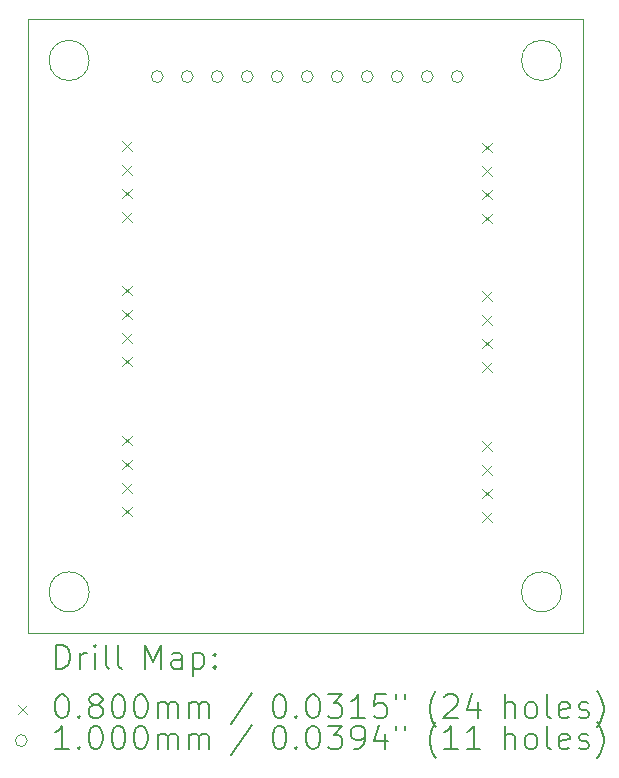
<source format=gbr>
%TF.GenerationSoftware,KiCad,Pcbnew,(7.0.0-0)*%
%TF.CreationDate,2023-05-28T12:49:50+02:00*%
%TF.ProjectId,bms-breakout-board,626d732d-6272-4656-916b-6f75742d626f,rev?*%
%TF.SameCoordinates,Original*%
%TF.FileFunction,Drillmap*%
%TF.FilePolarity,Positive*%
%FSLAX45Y45*%
G04 Gerber Fmt 4.5, Leading zero omitted, Abs format (unit mm)*
G04 Created by KiCad (PCBNEW (7.0.0-0)) date 2023-05-28 12:49:50*
%MOMM*%
%LPD*%
G01*
G04 APERTURE LIST*
%ADD10C,0.100000*%
%ADD11C,0.200000*%
%ADD12C,0.080000*%
G04 APERTURE END LIST*
D10*
X9520000Y-10150000D02*
G75*
G03*
X9520000Y-10150000I-170000J0D01*
G01*
X5000000Y-15000000D02*
X5000000Y-9800000D01*
X9700000Y-15000000D02*
X5000000Y-15000000D01*
X5000000Y-9800000D02*
X9700000Y-9800000D01*
X9700000Y-9800000D02*
X9700000Y-15000000D01*
X5520000Y-14650000D02*
G75*
G03*
X5520000Y-14650000I-170000J0D01*
G01*
X9520000Y-14650000D02*
G75*
G03*
X9520000Y-14650000I-170000J0D01*
G01*
X5520000Y-10150000D02*
G75*
G03*
X5520000Y-10150000I-170000J0D01*
G01*
D11*
D12*
X5802000Y-10836000D02*
X5882000Y-10916000D01*
X5882000Y-10836000D02*
X5802000Y-10916000D01*
X5802000Y-11036000D02*
X5882000Y-11116000D01*
X5882000Y-11036000D02*
X5802000Y-11116000D01*
X5802000Y-11236000D02*
X5882000Y-11316000D01*
X5882000Y-11236000D02*
X5802000Y-11316000D01*
X5802000Y-11436000D02*
X5882000Y-11516000D01*
X5882000Y-11436000D02*
X5802000Y-11516000D01*
X5802000Y-12060000D02*
X5882000Y-12140000D01*
X5882000Y-12060000D02*
X5802000Y-12140000D01*
X5802000Y-12260000D02*
X5882000Y-12340000D01*
X5882000Y-12260000D02*
X5802000Y-12340000D01*
X5802000Y-12460000D02*
X5882000Y-12540000D01*
X5882000Y-12460000D02*
X5802000Y-12540000D01*
X5802000Y-12660000D02*
X5882000Y-12740000D01*
X5882000Y-12660000D02*
X5802000Y-12740000D01*
X5802000Y-13330000D02*
X5882000Y-13410000D01*
X5882000Y-13330000D02*
X5802000Y-13410000D01*
X5802000Y-13530000D02*
X5882000Y-13610000D01*
X5882000Y-13530000D02*
X5802000Y-13610000D01*
X5802000Y-13730000D02*
X5882000Y-13810000D01*
X5882000Y-13730000D02*
X5802000Y-13810000D01*
X5802000Y-13930000D02*
X5882000Y-14010000D01*
X5882000Y-13930000D02*
X5802000Y-14010000D01*
X8850000Y-10847000D02*
X8930000Y-10927000D01*
X8930000Y-10847000D02*
X8850000Y-10927000D01*
X8850000Y-11047000D02*
X8930000Y-11127000D01*
X8930000Y-11047000D02*
X8850000Y-11127000D01*
X8850000Y-11247000D02*
X8930000Y-11327000D01*
X8930000Y-11247000D02*
X8850000Y-11327000D01*
X8850000Y-11447000D02*
X8930000Y-11527000D01*
X8930000Y-11447000D02*
X8850000Y-11527000D01*
X8850000Y-12106000D02*
X8930000Y-12186000D01*
X8930000Y-12106000D02*
X8850000Y-12186000D01*
X8850000Y-12306000D02*
X8930000Y-12386000D01*
X8930000Y-12306000D02*
X8850000Y-12386000D01*
X8850000Y-12506000D02*
X8930000Y-12586000D01*
X8930000Y-12506000D02*
X8850000Y-12586000D01*
X8850000Y-12706000D02*
X8930000Y-12786000D01*
X8930000Y-12706000D02*
X8850000Y-12786000D01*
X8850000Y-13376000D02*
X8930000Y-13456000D01*
X8930000Y-13376000D02*
X8850000Y-13456000D01*
X8850000Y-13576000D02*
X8930000Y-13656000D01*
X8930000Y-13576000D02*
X8850000Y-13656000D01*
X8850000Y-13776000D02*
X8930000Y-13856000D01*
X8930000Y-13776000D02*
X8850000Y-13856000D01*
X8850000Y-13976000D02*
X8930000Y-14056000D01*
X8930000Y-13976000D02*
X8850000Y-14056000D01*
D10*
X6146000Y-10287000D02*
G75*
G03*
X6146000Y-10287000I-50000J0D01*
G01*
X6400000Y-10287000D02*
G75*
G03*
X6400000Y-10287000I-50000J0D01*
G01*
X6654000Y-10287000D02*
G75*
G03*
X6654000Y-10287000I-50000J0D01*
G01*
X6908000Y-10287000D02*
G75*
G03*
X6908000Y-10287000I-50000J0D01*
G01*
X7162000Y-10287000D02*
G75*
G03*
X7162000Y-10287000I-50000J0D01*
G01*
X7416000Y-10287000D02*
G75*
G03*
X7416000Y-10287000I-50000J0D01*
G01*
X7670000Y-10287000D02*
G75*
G03*
X7670000Y-10287000I-50000J0D01*
G01*
X7924000Y-10287000D02*
G75*
G03*
X7924000Y-10287000I-50000J0D01*
G01*
X8178000Y-10287000D02*
G75*
G03*
X8178000Y-10287000I-50000J0D01*
G01*
X8432000Y-10287000D02*
G75*
G03*
X8432000Y-10287000I-50000J0D01*
G01*
X8686000Y-10287000D02*
G75*
G03*
X8686000Y-10287000I-50000J0D01*
G01*
D11*
X5242619Y-15298476D02*
X5242619Y-15098476D01*
X5242619Y-15098476D02*
X5290238Y-15098476D01*
X5290238Y-15098476D02*
X5318810Y-15108000D01*
X5318810Y-15108000D02*
X5337857Y-15127048D01*
X5337857Y-15127048D02*
X5347381Y-15146095D01*
X5347381Y-15146095D02*
X5356905Y-15184190D01*
X5356905Y-15184190D02*
X5356905Y-15212762D01*
X5356905Y-15212762D02*
X5347381Y-15250857D01*
X5347381Y-15250857D02*
X5337857Y-15269905D01*
X5337857Y-15269905D02*
X5318810Y-15288952D01*
X5318810Y-15288952D02*
X5290238Y-15298476D01*
X5290238Y-15298476D02*
X5242619Y-15298476D01*
X5442619Y-15298476D02*
X5442619Y-15165143D01*
X5442619Y-15203238D02*
X5452143Y-15184190D01*
X5452143Y-15184190D02*
X5461667Y-15174667D01*
X5461667Y-15174667D02*
X5480714Y-15165143D01*
X5480714Y-15165143D02*
X5499762Y-15165143D01*
X5566429Y-15298476D02*
X5566429Y-15165143D01*
X5566429Y-15098476D02*
X5556905Y-15108000D01*
X5556905Y-15108000D02*
X5566429Y-15117524D01*
X5566429Y-15117524D02*
X5575952Y-15108000D01*
X5575952Y-15108000D02*
X5566429Y-15098476D01*
X5566429Y-15098476D02*
X5566429Y-15117524D01*
X5690238Y-15298476D02*
X5671190Y-15288952D01*
X5671190Y-15288952D02*
X5661667Y-15269905D01*
X5661667Y-15269905D02*
X5661667Y-15098476D01*
X5795000Y-15298476D02*
X5775952Y-15288952D01*
X5775952Y-15288952D02*
X5766428Y-15269905D01*
X5766428Y-15269905D02*
X5766428Y-15098476D01*
X5991190Y-15298476D02*
X5991190Y-15098476D01*
X5991190Y-15098476D02*
X6057857Y-15241333D01*
X6057857Y-15241333D02*
X6124524Y-15098476D01*
X6124524Y-15098476D02*
X6124524Y-15298476D01*
X6305476Y-15298476D02*
X6305476Y-15193714D01*
X6305476Y-15193714D02*
X6295952Y-15174667D01*
X6295952Y-15174667D02*
X6276905Y-15165143D01*
X6276905Y-15165143D02*
X6238809Y-15165143D01*
X6238809Y-15165143D02*
X6219762Y-15174667D01*
X6305476Y-15288952D02*
X6286428Y-15298476D01*
X6286428Y-15298476D02*
X6238809Y-15298476D01*
X6238809Y-15298476D02*
X6219762Y-15288952D01*
X6219762Y-15288952D02*
X6210238Y-15269905D01*
X6210238Y-15269905D02*
X6210238Y-15250857D01*
X6210238Y-15250857D02*
X6219762Y-15231809D01*
X6219762Y-15231809D02*
X6238809Y-15222286D01*
X6238809Y-15222286D02*
X6286428Y-15222286D01*
X6286428Y-15222286D02*
X6305476Y-15212762D01*
X6400714Y-15165143D02*
X6400714Y-15365143D01*
X6400714Y-15174667D02*
X6419762Y-15165143D01*
X6419762Y-15165143D02*
X6457857Y-15165143D01*
X6457857Y-15165143D02*
X6476905Y-15174667D01*
X6476905Y-15174667D02*
X6486428Y-15184190D01*
X6486428Y-15184190D02*
X6495952Y-15203238D01*
X6495952Y-15203238D02*
X6495952Y-15260381D01*
X6495952Y-15260381D02*
X6486428Y-15279428D01*
X6486428Y-15279428D02*
X6476905Y-15288952D01*
X6476905Y-15288952D02*
X6457857Y-15298476D01*
X6457857Y-15298476D02*
X6419762Y-15298476D01*
X6419762Y-15298476D02*
X6400714Y-15288952D01*
X6581667Y-15279428D02*
X6591190Y-15288952D01*
X6591190Y-15288952D02*
X6581667Y-15298476D01*
X6581667Y-15298476D02*
X6572143Y-15288952D01*
X6572143Y-15288952D02*
X6581667Y-15279428D01*
X6581667Y-15279428D02*
X6581667Y-15298476D01*
X6581667Y-15174667D02*
X6591190Y-15184190D01*
X6591190Y-15184190D02*
X6581667Y-15193714D01*
X6581667Y-15193714D02*
X6572143Y-15184190D01*
X6572143Y-15184190D02*
X6581667Y-15174667D01*
X6581667Y-15174667D02*
X6581667Y-15193714D01*
D12*
X4915000Y-15605000D02*
X4995000Y-15685000D01*
X4995000Y-15605000D02*
X4915000Y-15685000D01*
D11*
X5280714Y-15518476D02*
X5299762Y-15518476D01*
X5299762Y-15518476D02*
X5318810Y-15528000D01*
X5318810Y-15528000D02*
X5328333Y-15537524D01*
X5328333Y-15537524D02*
X5337857Y-15556571D01*
X5337857Y-15556571D02*
X5347381Y-15594667D01*
X5347381Y-15594667D02*
X5347381Y-15642286D01*
X5347381Y-15642286D02*
X5337857Y-15680381D01*
X5337857Y-15680381D02*
X5328333Y-15699428D01*
X5328333Y-15699428D02*
X5318810Y-15708952D01*
X5318810Y-15708952D02*
X5299762Y-15718476D01*
X5299762Y-15718476D02*
X5280714Y-15718476D01*
X5280714Y-15718476D02*
X5261667Y-15708952D01*
X5261667Y-15708952D02*
X5252143Y-15699428D01*
X5252143Y-15699428D02*
X5242619Y-15680381D01*
X5242619Y-15680381D02*
X5233095Y-15642286D01*
X5233095Y-15642286D02*
X5233095Y-15594667D01*
X5233095Y-15594667D02*
X5242619Y-15556571D01*
X5242619Y-15556571D02*
X5252143Y-15537524D01*
X5252143Y-15537524D02*
X5261667Y-15528000D01*
X5261667Y-15528000D02*
X5280714Y-15518476D01*
X5433095Y-15699428D02*
X5442619Y-15708952D01*
X5442619Y-15708952D02*
X5433095Y-15718476D01*
X5433095Y-15718476D02*
X5423571Y-15708952D01*
X5423571Y-15708952D02*
X5433095Y-15699428D01*
X5433095Y-15699428D02*
X5433095Y-15718476D01*
X5556905Y-15604190D02*
X5537857Y-15594667D01*
X5537857Y-15594667D02*
X5528333Y-15585143D01*
X5528333Y-15585143D02*
X5518810Y-15566095D01*
X5518810Y-15566095D02*
X5518810Y-15556571D01*
X5518810Y-15556571D02*
X5528333Y-15537524D01*
X5528333Y-15537524D02*
X5537857Y-15528000D01*
X5537857Y-15528000D02*
X5556905Y-15518476D01*
X5556905Y-15518476D02*
X5595000Y-15518476D01*
X5595000Y-15518476D02*
X5614048Y-15528000D01*
X5614048Y-15528000D02*
X5623571Y-15537524D01*
X5623571Y-15537524D02*
X5633095Y-15556571D01*
X5633095Y-15556571D02*
X5633095Y-15566095D01*
X5633095Y-15566095D02*
X5623571Y-15585143D01*
X5623571Y-15585143D02*
X5614048Y-15594667D01*
X5614048Y-15594667D02*
X5595000Y-15604190D01*
X5595000Y-15604190D02*
X5556905Y-15604190D01*
X5556905Y-15604190D02*
X5537857Y-15613714D01*
X5537857Y-15613714D02*
X5528333Y-15623238D01*
X5528333Y-15623238D02*
X5518810Y-15642286D01*
X5518810Y-15642286D02*
X5518810Y-15680381D01*
X5518810Y-15680381D02*
X5528333Y-15699428D01*
X5528333Y-15699428D02*
X5537857Y-15708952D01*
X5537857Y-15708952D02*
X5556905Y-15718476D01*
X5556905Y-15718476D02*
X5595000Y-15718476D01*
X5595000Y-15718476D02*
X5614048Y-15708952D01*
X5614048Y-15708952D02*
X5623571Y-15699428D01*
X5623571Y-15699428D02*
X5633095Y-15680381D01*
X5633095Y-15680381D02*
X5633095Y-15642286D01*
X5633095Y-15642286D02*
X5623571Y-15623238D01*
X5623571Y-15623238D02*
X5614048Y-15613714D01*
X5614048Y-15613714D02*
X5595000Y-15604190D01*
X5756905Y-15518476D02*
X5775952Y-15518476D01*
X5775952Y-15518476D02*
X5795000Y-15528000D01*
X5795000Y-15528000D02*
X5804524Y-15537524D01*
X5804524Y-15537524D02*
X5814048Y-15556571D01*
X5814048Y-15556571D02*
X5823571Y-15594667D01*
X5823571Y-15594667D02*
X5823571Y-15642286D01*
X5823571Y-15642286D02*
X5814048Y-15680381D01*
X5814048Y-15680381D02*
X5804524Y-15699428D01*
X5804524Y-15699428D02*
X5795000Y-15708952D01*
X5795000Y-15708952D02*
X5775952Y-15718476D01*
X5775952Y-15718476D02*
X5756905Y-15718476D01*
X5756905Y-15718476D02*
X5737857Y-15708952D01*
X5737857Y-15708952D02*
X5728333Y-15699428D01*
X5728333Y-15699428D02*
X5718809Y-15680381D01*
X5718809Y-15680381D02*
X5709286Y-15642286D01*
X5709286Y-15642286D02*
X5709286Y-15594667D01*
X5709286Y-15594667D02*
X5718809Y-15556571D01*
X5718809Y-15556571D02*
X5728333Y-15537524D01*
X5728333Y-15537524D02*
X5737857Y-15528000D01*
X5737857Y-15528000D02*
X5756905Y-15518476D01*
X5947381Y-15518476D02*
X5966429Y-15518476D01*
X5966429Y-15518476D02*
X5985476Y-15528000D01*
X5985476Y-15528000D02*
X5995000Y-15537524D01*
X5995000Y-15537524D02*
X6004524Y-15556571D01*
X6004524Y-15556571D02*
X6014048Y-15594667D01*
X6014048Y-15594667D02*
X6014048Y-15642286D01*
X6014048Y-15642286D02*
X6004524Y-15680381D01*
X6004524Y-15680381D02*
X5995000Y-15699428D01*
X5995000Y-15699428D02*
X5985476Y-15708952D01*
X5985476Y-15708952D02*
X5966429Y-15718476D01*
X5966429Y-15718476D02*
X5947381Y-15718476D01*
X5947381Y-15718476D02*
X5928333Y-15708952D01*
X5928333Y-15708952D02*
X5918809Y-15699428D01*
X5918809Y-15699428D02*
X5909286Y-15680381D01*
X5909286Y-15680381D02*
X5899762Y-15642286D01*
X5899762Y-15642286D02*
X5899762Y-15594667D01*
X5899762Y-15594667D02*
X5909286Y-15556571D01*
X5909286Y-15556571D02*
X5918809Y-15537524D01*
X5918809Y-15537524D02*
X5928333Y-15528000D01*
X5928333Y-15528000D02*
X5947381Y-15518476D01*
X6099762Y-15718476D02*
X6099762Y-15585143D01*
X6099762Y-15604190D02*
X6109286Y-15594667D01*
X6109286Y-15594667D02*
X6128333Y-15585143D01*
X6128333Y-15585143D02*
X6156905Y-15585143D01*
X6156905Y-15585143D02*
X6175952Y-15594667D01*
X6175952Y-15594667D02*
X6185476Y-15613714D01*
X6185476Y-15613714D02*
X6185476Y-15718476D01*
X6185476Y-15613714D02*
X6195000Y-15594667D01*
X6195000Y-15594667D02*
X6214048Y-15585143D01*
X6214048Y-15585143D02*
X6242619Y-15585143D01*
X6242619Y-15585143D02*
X6261667Y-15594667D01*
X6261667Y-15594667D02*
X6271190Y-15613714D01*
X6271190Y-15613714D02*
X6271190Y-15718476D01*
X6366429Y-15718476D02*
X6366429Y-15585143D01*
X6366429Y-15604190D02*
X6375952Y-15594667D01*
X6375952Y-15594667D02*
X6395000Y-15585143D01*
X6395000Y-15585143D02*
X6423571Y-15585143D01*
X6423571Y-15585143D02*
X6442619Y-15594667D01*
X6442619Y-15594667D02*
X6452143Y-15613714D01*
X6452143Y-15613714D02*
X6452143Y-15718476D01*
X6452143Y-15613714D02*
X6461667Y-15594667D01*
X6461667Y-15594667D02*
X6480714Y-15585143D01*
X6480714Y-15585143D02*
X6509286Y-15585143D01*
X6509286Y-15585143D02*
X6528333Y-15594667D01*
X6528333Y-15594667D02*
X6537857Y-15613714D01*
X6537857Y-15613714D02*
X6537857Y-15718476D01*
X6895952Y-15508952D02*
X6724524Y-15766095D01*
X7120714Y-15518476D02*
X7139762Y-15518476D01*
X7139762Y-15518476D02*
X7158810Y-15528000D01*
X7158810Y-15528000D02*
X7168333Y-15537524D01*
X7168333Y-15537524D02*
X7177857Y-15556571D01*
X7177857Y-15556571D02*
X7187381Y-15594667D01*
X7187381Y-15594667D02*
X7187381Y-15642286D01*
X7187381Y-15642286D02*
X7177857Y-15680381D01*
X7177857Y-15680381D02*
X7168333Y-15699428D01*
X7168333Y-15699428D02*
X7158810Y-15708952D01*
X7158810Y-15708952D02*
X7139762Y-15718476D01*
X7139762Y-15718476D02*
X7120714Y-15718476D01*
X7120714Y-15718476D02*
X7101667Y-15708952D01*
X7101667Y-15708952D02*
X7092143Y-15699428D01*
X7092143Y-15699428D02*
X7082619Y-15680381D01*
X7082619Y-15680381D02*
X7073095Y-15642286D01*
X7073095Y-15642286D02*
X7073095Y-15594667D01*
X7073095Y-15594667D02*
X7082619Y-15556571D01*
X7082619Y-15556571D02*
X7092143Y-15537524D01*
X7092143Y-15537524D02*
X7101667Y-15528000D01*
X7101667Y-15528000D02*
X7120714Y-15518476D01*
X7273095Y-15699428D02*
X7282619Y-15708952D01*
X7282619Y-15708952D02*
X7273095Y-15718476D01*
X7273095Y-15718476D02*
X7263571Y-15708952D01*
X7263571Y-15708952D02*
X7273095Y-15699428D01*
X7273095Y-15699428D02*
X7273095Y-15718476D01*
X7406429Y-15518476D02*
X7425476Y-15518476D01*
X7425476Y-15518476D02*
X7444524Y-15528000D01*
X7444524Y-15528000D02*
X7454048Y-15537524D01*
X7454048Y-15537524D02*
X7463571Y-15556571D01*
X7463571Y-15556571D02*
X7473095Y-15594667D01*
X7473095Y-15594667D02*
X7473095Y-15642286D01*
X7473095Y-15642286D02*
X7463571Y-15680381D01*
X7463571Y-15680381D02*
X7454048Y-15699428D01*
X7454048Y-15699428D02*
X7444524Y-15708952D01*
X7444524Y-15708952D02*
X7425476Y-15718476D01*
X7425476Y-15718476D02*
X7406429Y-15718476D01*
X7406429Y-15718476D02*
X7387381Y-15708952D01*
X7387381Y-15708952D02*
X7377857Y-15699428D01*
X7377857Y-15699428D02*
X7368333Y-15680381D01*
X7368333Y-15680381D02*
X7358810Y-15642286D01*
X7358810Y-15642286D02*
X7358810Y-15594667D01*
X7358810Y-15594667D02*
X7368333Y-15556571D01*
X7368333Y-15556571D02*
X7377857Y-15537524D01*
X7377857Y-15537524D02*
X7387381Y-15528000D01*
X7387381Y-15528000D02*
X7406429Y-15518476D01*
X7539762Y-15518476D02*
X7663571Y-15518476D01*
X7663571Y-15518476D02*
X7596905Y-15594667D01*
X7596905Y-15594667D02*
X7625476Y-15594667D01*
X7625476Y-15594667D02*
X7644524Y-15604190D01*
X7644524Y-15604190D02*
X7654048Y-15613714D01*
X7654048Y-15613714D02*
X7663571Y-15632762D01*
X7663571Y-15632762D02*
X7663571Y-15680381D01*
X7663571Y-15680381D02*
X7654048Y-15699428D01*
X7654048Y-15699428D02*
X7644524Y-15708952D01*
X7644524Y-15708952D02*
X7625476Y-15718476D01*
X7625476Y-15718476D02*
X7568333Y-15718476D01*
X7568333Y-15718476D02*
X7549286Y-15708952D01*
X7549286Y-15708952D02*
X7539762Y-15699428D01*
X7854048Y-15718476D02*
X7739762Y-15718476D01*
X7796905Y-15718476D02*
X7796905Y-15518476D01*
X7796905Y-15518476D02*
X7777857Y-15547048D01*
X7777857Y-15547048D02*
X7758810Y-15566095D01*
X7758810Y-15566095D02*
X7739762Y-15575619D01*
X8035000Y-15518476D02*
X7939762Y-15518476D01*
X7939762Y-15518476D02*
X7930238Y-15613714D01*
X7930238Y-15613714D02*
X7939762Y-15604190D01*
X7939762Y-15604190D02*
X7958810Y-15594667D01*
X7958810Y-15594667D02*
X8006429Y-15594667D01*
X8006429Y-15594667D02*
X8025476Y-15604190D01*
X8025476Y-15604190D02*
X8035000Y-15613714D01*
X8035000Y-15613714D02*
X8044524Y-15632762D01*
X8044524Y-15632762D02*
X8044524Y-15680381D01*
X8044524Y-15680381D02*
X8035000Y-15699428D01*
X8035000Y-15699428D02*
X8025476Y-15708952D01*
X8025476Y-15708952D02*
X8006429Y-15718476D01*
X8006429Y-15718476D02*
X7958810Y-15718476D01*
X7958810Y-15718476D02*
X7939762Y-15708952D01*
X7939762Y-15708952D02*
X7930238Y-15699428D01*
X8120714Y-15518476D02*
X8120714Y-15556571D01*
X8196905Y-15518476D02*
X8196905Y-15556571D01*
X8459762Y-15794667D02*
X8450238Y-15785143D01*
X8450238Y-15785143D02*
X8431191Y-15756571D01*
X8431191Y-15756571D02*
X8421667Y-15737524D01*
X8421667Y-15737524D02*
X8412143Y-15708952D01*
X8412143Y-15708952D02*
X8402619Y-15661333D01*
X8402619Y-15661333D02*
X8402619Y-15623238D01*
X8402619Y-15623238D02*
X8412143Y-15575619D01*
X8412143Y-15575619D02*
X8421667Y-15547048D01*
X8421667Y-15547048D02*
X8431191Y-15528000D01*
X8431191Y-15528000D02*
X8450238Y-15499428D01*
X8450238Y-15499428D02*
X8459762Y-15489905D01*
X8526429Y-15537524D02*
X8535953Y-15528000D01*
X8535953Y-15528000D02*
X8555000Y-15518476D01*
X8555000Y-15518476D02*
X8602619Y-15518476D01*
X8602619Y-15518476D02*
X8621667Y-15528000D01*
X8621667Y-15528000D02*
X8631191Y-15537524D01*
X8631191Y-15537524D02*
X8640714Y-15556571D01*
X8640714Y-15556571D02*
X8640714Y-15575619D01*
X8640714Y-15575619D02*
X8631191Y-15604190D01*
X8631191Y-15604190D02*
X8516905Y-15718476D01*
X8516905Y-15718476D02*
X8640714Y-15718476D01*
X8812143Y-15585143D02*
X8812143Y-15718476D01*
X8764524Y-15508952D02*
X8716905Y-15651809D01*
X8716905Y-15651809D02*
X8840714Y-15651809D01*
X9036905Y-15718476D02*
X9036905Y-15518476D01*
X9122619Y-15718476D02*
X9122619Y-15613714D01*
X9122619Y-15613714D02*
X9113095Y-15594667D01*
X9113095Y-15594667D02*
X9094048Y-15585143D01*
X9094048Y-15585143D02*
X9065476Y-15585143D01*
X9065476Y-15585143D02*
X9046429Y-15594667D01*
X9046429Y-15594667D02*
X9036905Y-15604190D01*
X9246429Y-15718476D02*
X9227381Y-15708952D01*
X9227381Y-15708952D02*
X9217857Y-15699428D01*
X9217857Y-15699428D02*
X9208334Y-15680381D01*
X9208334Y-15680381D02*
X9208334Y-15623238D01*
X9208334Y-15623238D02*
X9217857Y-15604190D01*
X9217857Y-15604190D02*
X9227381Y-15594667D01*
X9227381Y-15594667D02*
X9246429Y-15585143D01*
X9246429Y-15585143D02*
X9275000Y-15585143D01*
X9275000Y-15585143D02*
X9294048Y-15594667D01*
X9294048Y-15594667D02*
X9303572Y-15604190D01*
X9303572Y-15604190D02*
X9313095Y-15623238D01*
X9313095Y-15623238D02*
X9313095Y-15680381D01*
X9313095Y-15680381D02*
X9303572Y-15699428D01*
X9303572Y-15699428D02*
X9294048Y-15708952D01*
X9294048Y-15708952D02*
X9275000Y-15718476D01*
X9275000Y-15718476D02*
X9246429Y-15718476D01*
X9427381Y-15718476D02*
X9408334Y-15708952D01*
X9408334Y-15708952D02*
X9398810Y-15689905D01*
X9398810Y-15689905D02*
X9398810Y-15518476D01*
X9579762Y-15708952D02*
X9560715Y-15718476D01*
X9560715Y-15718476D02*
X9522619Y-15718476D01*
X9522619Y-15718476D02*
X9503572Y-15708952D01*
X9503572Y-15708952D02*
X9494048Y-15689905D01*
X9494048Y-15689905D02*
X9494048Y-15613714D01*
X9494048Y-15613714D02*
X9503572Y-15594667D01*
X9503572Y-15594667D02*
X9522619Y-15585143D01*
X9522619Y-15585143D02*
X9560715Y-15585143D01*
X9560715Y-15585143D02*
X9579762Y-15594667D01*
X9579762Y-15594667D02*
X9589286Y-15613714D01*
X9589286Y-15613714D02*
X9589286Y-15632762D01*
X9589286Y-15632762D02*
X9494048Y-15651809D01*
X9665476Y-15708952D02*
X9684524Y-15718476D01*
X9684524Y-15718476D02*
X9722619Y-15718476D01*
X9722619Y-15718476D02*
X9741667Y-15708952D01*
X9741667Y-15708952D02*
X9751191Y-15689905D01*
X9751191Y-15689905D02*
X9751191Y-15680381D01*
X9751191Y-15680381D02*
X9741667Y-15661333D01*
X9741667Y-15661333D02*
X9722619Y-15651809D01*
X9722619Y-15651809D02*
X9694048Y-15651809D01*
X9694048Y-15651809D02*
X9675000Y-15642286D01*
X9675000Y-15642286D02*
X9665476Y-15623238D01*
X9665476Y-15623238D02*
X9665476Y-15613714D01*
X9665476Y-15613714D02*
X9675000Y-15594667D01*
X9675000Y-15594667D02*
X9694048Y-15585143D01*
X9694048Y-15585143D02*
X9722619Y-15585143D01*
X9722619Y-15585143D02*
X9741667Y-15594667D01*
X9817857Y-15794667D02*
X9827381Y-15785143D01*
X9827381Y-15785143D02*
X9846429Y-15756571D01*
X9846429Y-15756571D02*
X9855953Y-15737524D01*
X9855953Y-15737524D02*
X9865476Y-15708952D01*
X9865476Y-15708952D02*
X9875000Y-15661333D01*
X9875000Y-15661333D02*
X9875000Y-15623238D01*
X9875000Y-15623238D02*
X9865476Y-15575619D01*
X9865476Y-15575619D02*
X9855953Y-15547048D01*
X9855953Y-15547048D02*
X9846429Y-15528000D01*
X9846429Y-15528000D02*
X9827381Y-15499428D01*
X9827381Y-15499428D02*
X9817857Y-15489905D01*
D10*
X4995000Y-15909000D02*
G75*
G03*
X4995000Y-15909000I-50000J0D01*
G01*
D11*
X5347381Y-15982476D02*
X5233095Y-15982476D01*
X5290238Y-15982476D02*
X5290238Y-15782476D01*
X5290238Y-15782476D02*
X5271190Y-15811048D01*
X5271190Y-15811048D02*
X5252143Y-15830095D01*
X5252143Y-15830095D02*
X5233095Y-15839619D01*
X5433095Y-15963428D02*
X5442619Y-15972952D01*
X5442619Y-15972952D02*
X5433095Y-15982476D01*
X5433095Y-15982476D02*
X5423571Y-15972952D01*
X5423571Y-15972952D02*
X5433095Y-15963428D01*
X5433095Y-15963428D02*
X5433095Y-15982476D01*
X5566429Y-15782476D02*
X5585476Y-15782476D01*
X5585476Y-15782476D02*
X5604524Y-15792000D01*
X5604524Y-15792000D02*
X5614048Y-15801524D01*
X5614048Y-15801524D02*
X5623571Y-15820571D01*
X5623571Y-15820571D02*
X5633095Y-15858667D01*
X5633095Y-15858667D02*
X5633095Y-15906286D01*
X5633095Y-15906286D02*
X5623571Y-15944381D01*
X5623571Y-15944381D02*
X5614048Y-15963428D01*
X5614048Y-15963428D02*
X5604524Y-15972952D01*
X5604524Y-15972952D02*
X5585476Y-15982476D01*
X5585476Y-15982476D02*
X5566429Y-15982476D01*
X5566429Y-15982476D02*
X5547381Y-15972952D01*
X5547381Y-15972952D02*
X5537857Y-15963428D01*
X5537857Y-15963428D02*
X5528333Y-15944381D01*
X5528333Y-15944381D02*
X5518810Y-15906286D01*
X5518810Y-15906286D02*
X5518810Y-15858667D01*
X5518810Y-15858667D02*
X5528333Y-15820571D01*
X5528333Y-15820571D02*
X5537857Y-15801524D01*
X5537857Y-15801524D02*
X5547381Y-15792000D01*
X5547381Y-15792000D02*
X5566429Y-15782476D01*
X5756905Y-15782476D02*
X5775952Y-15782476D01*
X5775952Y-15782476D02*
X5795000Y-15792000D01*
X5795000Y-15792000D02*
X5804524Y-15801524D01*
X5804524Y-15801524D02*
X5814048Y-15820571D01*
X5814048Y-15820571D02*
X5823571Y-15858667D01*
X5823571Y-15858667D02*
X5823571Y-15906286D01*
X5823571Y-15906286D02*
X5814048Y-15944381D01*
X5814048Y-15944381D02*
X5804524Y-15963428D01*
X5804524Y-15963428D02*
X5795000Y-15972952D01*
X5795000Y-15972952D02*
X5775952Y-15982476D01*
X5775952Y-15982476D02*
X5756905Y-15982476D01*
X5756905Y-15982476D02*
X5737857Y-15972952D01*
X5737857Y-15972952D02*
X5728333Y-15963428D01*
X5728333Y-15963428D02*
X5718809Y-15944381D01*
X5718809Y-15944381D02*
X5709286Y-15906286D01*
X5709286Y-15906286D02*
X5709286Y-15858667D01*
X5709286Y-15858667D02*
X5718809Y-15820571D01*
X5718809Y-15820571D02*
X5728333Y-15801524D01*
X5728333Y-15801524D02*
X5737857Y-15792000D01*
X5737857Y-15792000D02*
X5756905Y-15782476D01*
X5947381Y-15782476D02*
X5966429Y-15782476D01*
X5966429Y-15782476D02*
X5985476Y-15792000D01*
X5985476Y-15792000D02*
X5995000Y-15801524D01*
X5995000Y-15801524D02*
X6004524Y-15820571D01*
X6004524Y-15820571D02*
X6014048Y-15858667D01*
X6014048Y-15858667D02*
X6014048Y-15906286D01*
X6014048Y-15906286D02*
X6004524Y-15944381D01*
X6004524Y-15944381D02*
X5995000Y-15963428D01*
X5995000Y-15963428D02*
X5985476Y-15972952D01*
X5985476Y-15972952D02*
X5966429Y-15982476D01*
X5966429Y-15982476D02*
X5947381Y-15982476D01*
X5947381Y-15982476D02*
X5928333Y-15972952D01*
X5928333Y-15972952D02*
X5918809Y-15963428D01*
X5918809Y-15963428D02*
X5909286Y-15944381D01*
X5909286Y-15944381D02*
X5899762Y-15906286D01*
X5899762Y-15906286D02*
X5899762Y-15858667D01*
X5899762Y-15858667D02*
X5909286Y-15820571D01*
X5909286Y-15820571D02*
X5918809Y-15801524D01*
X5918809Y-15801524D02*
X5928333Y-15792000D01*
X5928333Y-15792000D02*
X5947381Y-15782476D01*
X6099762Y-15982476D02*
X6099762Y-15849143D01*
X6099762Y-15868190D02*
X6109286Y-15858667D01*
X6109286Y-15858667D02*
X6128333Y-15849143D01*
X6128333Y-15849143D02*
X6156905Y-15849143D01*
X6156905Y-15849143D02*
X6175952Y-15858667D01*
X6175952Y-15858667D02*
X6185476Y-15877714D01*
X6185476Y-15877714D02*
X6185476Y-15982476D01*
X6185476Y-15877714D02*
X6195000Y-15858667D01*
X6195000Y-15858667D02*
X6214048Y-15849143D01*
X6214048Y-15849143D02*
X6242619Y-15849143D01*
X6242619Y-15849143D02*
X6261667Y-15858667D01*
X6261667Y-15858667D02*
X6271190Y-15877714D01*
X6271190Y-15877714D02*
X6271190Y-15982476D01*
X6366429Y-15982476D02*
X6366429Y-15849143D01*
X6366429Y-15868190D02*
X6375952Y-15858667D01*
X6375952Y-15858667D02*
X6395000Y-15849143D01*
X6395000Y-15849143D02*
X6423571Y-15849143D01*
X6423571Y-15849143D02*
X6442619Y-15858667D01*
X6442619Y-15858667D02*
X6452143Y-15877714D01*
X6452143Y-15877714D02*
X6452143Y-15982476D01*
X6452143Y-15877714D02*
X6461667Y-15858667D01*
X6461667Y-15858667D02*
X6480714Y-15849143D01*
X6480714Y-15849143D02*
X6509286Y-15849143D01*
X6509286Y-15849143D02*
X6528333Y-15858667D01*
X6528333Y-15858667D02*
X6537857Y-15877714D01*
X6537857Y-15877714D02*
X6537857Y-15982476D01*
X6895952Y-15772952D02*
X6724524Y-16030095D01*
X7120714Y-15782476D02*
X7139762Y-15782476D01*
X7139762Y-15782476D02*
X7158810Y-15792000D01*
X7158810Y-15792000D02*
X7168333Y-15801524D01*
X7168333Y-15801524D02*
X7177857Y-15820571D01*
X7177857Y-15820571D02*
X7187381Y-15858667D01*
X7187381Y-15858667D02*
X7187381Y-15906286D01*
X7187381Y-15906286D02*
X7177857Y-15944381D01*
X7177857Y-15944381D02*
X7168333Y-15963428D01*
X7168333Y-15963428D02*
X7158810Y-15972952D01*
X7158810Y-15972952D02*
X7139762Y-15982476D01*
X7139762Y-15982476D02*
X7120714Y-15982476D01*
X7120714Y-15982476D02*
X7101667Y-15972952D01*
X7101667Y-15972952D02*
X7092143Y-15963428D01*
X7092143Y-15963428D02*
X7082619Y-15944381D01*
X7082619Y-15944381D02*
X7073095Y-15906286D01*
X7073095Y-15906286D02*
X7073095Y-15858667D01*
X7073095Y-15858667D02*
X7082619Y-15820571D01*
X7082619Y-15820571D02*
X7092143Y-15801524D01*
X7092143Y-15801524D02*
X7101667Y-15792000D01*
X7101667Y-15792000D02*
X7120714Y-15782476D01*
X7273095Y-15963428D02*
X7282619Y-15972952D01*
X7282619Y-15972952D02*
X7273095Y-15982476D01*
X7273095Y-15982476D02*
X7263571Y-15972952D01*
X7263571Y-15972952D02*
X7273095Y-15963428D01*
X7273095Y-15963428D02*
X7273095Y-15982476D01*
X7406429Y-15782476D02*
X7425476Y-15782476D01*
X7425476Y-15782476D02*
X7444524Y-15792000D01*
X7444524Y-15792000D02*
X7454048Y-15801524D01*
X7454048Y-15801524D02*
X7463571Y-15820571D01*
X7463571Y-15820571D02*
X7473095Y-15858667D01*
X7473095Y-15858667D02*
X7473095Y-15906286D01*
X7473095Y-15906286D02*
X7463571Y-15944381D01*
X7463571Y-15944381D02*
X7454048Y-15963428D01*
X7454048Y-15963428D02*
X7444524Y-15972952D01*
X7444524Y-15972952D02*
X7425476Y-15982476D01*
X7425476Y-15982476D02*
X7406429Y-15982476D01*
X7406429Y-15982476D02*
X7387381Y-15972952D01*
X7387381Y-15972952D02*
X7377857Y-15963428D01*
X7377857Y-15963428D02*
X7368333Y-15944381D01*
X7368333Y-15944381D02*
X7358810Y-15906286D01*
X7358810Y-15906286D02*
X7358810Y-15858667D01*
X7358810Y-15858667D02*
X7368333Y-15820571D01*
X7368333Y-15820571D02*
X7377857Y-15801524D01*
X7377857Y-15801524D02*
X7387381Y-15792000D01*
X7387381Y-15792000D02*
X7406429Y-15782476D01*
X7539762Y-15782476D02*
X7663571Y-15782476D01*
X7663571Y-15782476D02*
X7596905Y-15858667D01*
X7596905Y-15858667D02*
X7625476Y-15858667D01*
X7625476Y-15858667D02*
X7644524Y-15868190D01*
X7644524Y-15868190D02*
X7654048Y-15877714D01*
X7654048Y-15877714D02*
X7663571Y-15896762D01*
X7663571Y-15896762D02*
X7663571Y-15944381D01*
X7663571Y-15944381D02*
X7654048Y-15963428D01*
X7654048Y-15963428D02*
X7644524Y-15972952D01*
X7644524Y-15972952D02*
X7625476Y-15982476D01*
X7625476Y-15982476D02*
X7568333Y-15982476D01*
X7568333Y-15982476D02*
X7549286Y-15972952D01*
X7549286Y-15972952D02*
X7539762Y-15963428D01*
X7758810Y-15982476D02*
X7796905Y-15982476D01*
X7796905Y-15982476D02*
X7815952Y-15972952D01*
X7815952Y-15972952D02*
X7825476Y-15963428D01*
X7825476Y-15963428D02*
X7844524Y-15934857D01*
X7844524Y-15934857D02*
X7854048Y-15896762D01*
X7854048Y-15896762D02*
X7854048Y-15820571D01*
X7854048Y-15820571D02*
X7844524Y-15801524D01*
X7844524Y-15801524D02*
X7835000Y-15792000D01*
X7835000Y-15792000D02*
X7815952Y-15782476D01*
X7815952Y-15782476D02*
X7777857Y-15782476D01*
X7777857Y-15782476D02*
X7758810Y-15792000D01*
X7758810Y-15792000D02*
X7749286Y-15801524D01*
X7749286Y-15801524D02*
X7739762Y-15820571D01*
X7739762Y-15820571D02*
X7739762Y-15868190D01*
X7739762Y-15868190D02*
X7749286Y-15887238D01*
X7749286Y-15887238D02*
X7758810Y-15896762D01*
X7758810Y-15896762D02*
X7777857Y-15906286D01*
X7777857Y-15906286D02*
X7815952Y-15906286D01*
X7815952Y-15906286D02*
X7835000Y-15896762D01*
X7835000Y-15896762D02*
X7844524Y-15887238D01*
X7844524Y-15887238D02*
X7854048Y-15868190D01*
X8025476Y-15849143D02*
X8025476Y-15982476D01*
X7977857Y-15772952D02*
X7930238Y-15915809D01*
X7930238Y-15915809D02*
X8054048Y-15915809D01*
X8120714Y-15782476D02*
X8120714Y-15820571D01*
X8196905Y-15782476D02*
X8196905Y-15820571D01*
X8459762Y-16058667D02*
X8450238Y-16049143D01*
X8450238Y-16049143D02*
X8431191Y-16020571D01*
X8431191Y-16020571D02*
X8421667Y-16001524D01*
X8421667Y-16001524D02*
X8412143Y-15972952D01*
X8412143Y-15972952D02*
X8402619Y-15925333D01*
X8402619Y-15925333D02*
X8402619Y-15887238D01*
X8402619Y-15887238D02*
X8412143Y-15839619D01*
X8412143Y-15839619D02*
X8421667Y-15811048D01*
X8421667Y-15811048D02*
X8431191Y-15792000D01*
X8431191Y-15792000D02*
X8450238Y-15763428D01*
X8450238Y-15763428D02*
X8459762Y-15753905D01*
X8640714Y-15982476D02*
X8526429Y-15982476D01*
X8583572Y-15982476D02*
X8583572Y-15782476D01*
X8583572Y-15782476D02*
X8564524Y-15811048D01*
X8564524Y-15811048D02*
X8545476Y-15830095D01*
X8545476Y-15830095D02*
X8526429Y-15839619D01*
X8831191Y-15982476D02*
X8716905Y-15982476D01*
X8774048Y-15982476D02*
X8774048Y-15782476D01*
X8774048Y-15782476D02*
X8755000Y-15811048D01*
X8755000Y-15811048D02*
X8735953Y-15830095D01*
X8735953Y-15830095D02*
X8716905Y-15839619D01*
X9036905Y-15982476D02*
X9036905Y-15782476D01*
X9122619Y-15982476D02*
X9122619Y-15877714D01*
X9122619Y-15877714D02*
X9113095Y-15858667D01*
X9113095Y-15858667D02*
X9094048Y-15849143D01*
X9094048Y-15849143D02*
X9065476Y-15849143D01*
X9065476Y-15849143D02*
X9046429Y-15858667D01*
X9046429Y-15858667D02*
X9036905Y-15868190D01*
X9246429Y-15982476D02*
X9227381Y-15972952D01*
X9227381Y-15972952D02*
X9217857Y-15963428D01*
X9217857Y-15963428D02*
X9208334Y-15944381D01*
X9208334Y-15944381D02*
X9208334Y-15887238D01*
X9208334Y-15887238D02*
X9217857Y-15868190D01*
X9217857Y-15868190D02*
X9227381Y-15858667D01*
X9227381Y-15858667D02*
X9246429Y-15849143D01*
X9246429Y-15849143D02*
X9275000Y-15849143D01*
X9275000Y-15849143D02*
X9294048Y-15858667D01*
X9294048Y-15858667D02*
X9303572Y-15868190D01*
X9303572Y-15868190D02*
X9313095Y-15887238D01*
X9313095Y-15887238D02*
X9313095Y-15944381D01*
X9313095Y-15944381D02*
X9303572Y-15963428D01*
X9303572Y-15963428D02*
X9294048Y-15972952D01*
X9294048Y-15972952D02*
X9275000Y-15982476D01*
X9275000Y-15982476D02*
X9246429Y-15982476D01*
X9427381Y-15982476D02*
X9408334Y-15972952D01*
X9408334Y-15972952D02*
X9398810Y-15953905D01*
X9398810Y-15953905D02*
X9398810Y-15782476D01*
X9579762Y-15972952D02*
X9560715Y-15982476D01*
X9560715Y-15982476D02*
X9522619Y-15982476D01*
X9522619Y-15982476D02*
X9503572Y-15972952D01*
X9503572Y-15972952D02*
X9494048Y-15953905D01*
X9494048Y-15953905D02*
X9494048Y-15877714D01*
X9494048Y-15877714D02*
X9503572Y-15858667D01*
X9503572Y-15858667D02*
X9522619Y-15849143D01*
X9522619Y-15849143D02*
X9560715Y-15849143D01*
X9560715Y-15849143D02*
X9579762Y-15858667D01*
X9579762Y-15858667D02*
X9589286Y-15877714D01*
X9589286Y-15877714D02*
X9589286Y-15896762D01*
X9589286Y-15896762D02*
X9494048Y-15915809D01*
X9665476Y-15972952D02*
X9684524Y-15982476D01*
X9684524Y-15982476D02*
X9722619Y-15982476D01*
X9722619Y-15982476D02*
X9741667Y-15972952D01*
X9741667Y-15972952D02*
X9751191Y-15953905D01*
X9751191Y-15953905D02*
X9751191Y-15944381D01*
X9751191Y-15944381D02*
X9741667Y-15925333D01*
X9741667Y-15925333D02*
X9722619Y-15915809D01*
X9722619Y-15915809D02*
X9694048Y-15915809D01*
X9694048Y-15915809D02*
X9675000Y-15906286D01*
X9675000Y-15906286D02*
X9665476Y-15887238D01*
X9665476Y-15887238D02*
X9665476Y-15877714D01*
X9665476Y-15877714D02*
X9675000Y-15858667D01*
X9675000Y-15858667D02*
X9694048Y-15849143D01*
X9694048Y-15849143D02*
X9722619Y-15849143D01*
X9722619Y-15849143D02*
X9741667Y-15858667D01*
X9817857Y-16058667D02*
X9827381Y-16049143D01*
X9827381Y-16049143D02*
X9846429Y-16020571D01*
X9846429Y-16020571D02*
X9855953Y-16001524D01*
X9855953Y-16001524D02*
X9865476Y-15972952D01*
X9865476Y-15972952D02*
X9875000Y-15925333D01*
X9875000Y-15925333D02*
X9875000Y-15887238D01*
X9875000Y-15887238D02*
X9865476Y-15839619D01*
X9865476Y-15839619D02*
X9855953Y-15811048D01*
X9855953Y-15811048D02*
X9846429Y-15792000D01*
X9846429Y-15792000D02*
X9827381Y-15763428D01*
X9827381Y-15763428D02*
X9817857Y-15753905D01*
M02*

</source>
